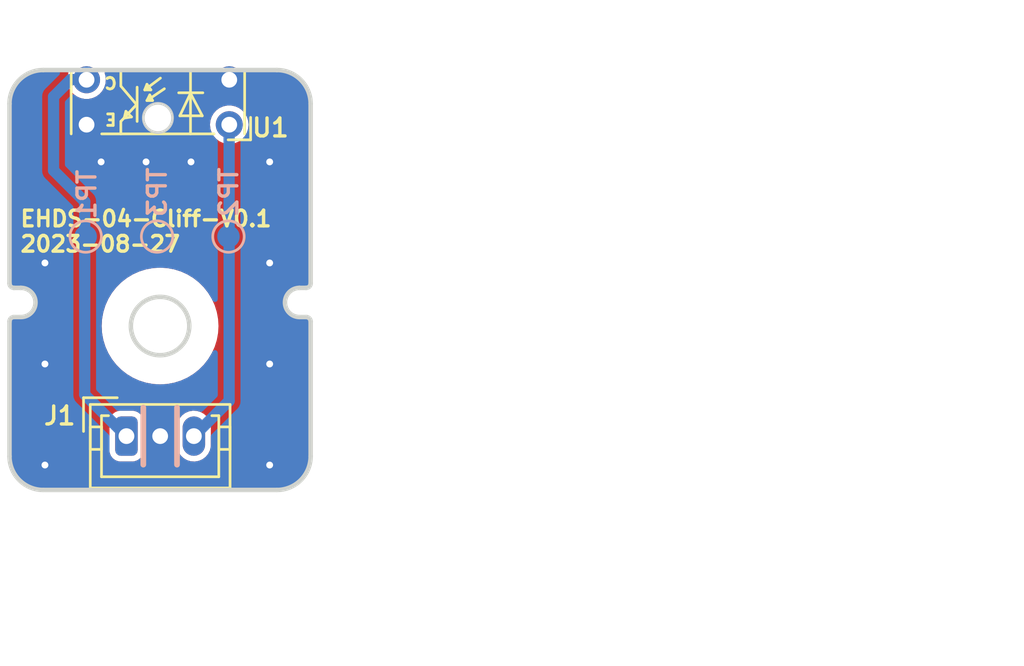
<source format=kicad_pcb>
(kicad_pcb (version 20221018) (generator pcbnew)
  (title_block (title "EHDS-04-Cliff") (date "2023-12-23") (rev "V0.1") (company "奥瓦机器人") (comment 1 "13.4x18.7x1.6mm 白字绿油，无铅喷锡"))
  (layers (0 "F.Cu" signal) (31 "B.Cu" signal) (34 "B.Paste" user) (35 "F.Paste" user) (36 "B.SilkS" user "B.Silkscreen") (37 "F.SilkS" user "F.Silkscreen") (38 "B.Mask" user) (39 "F.Mask" user) (44 "Edge.Cuts" user))
  (net 0 "")
  (net 1 "/EDGE_DET_LT")
  (net 2 "GND")
  (net 3 "Net-(J1-Pin_3)")
  (footprint "Ovo_Sensor_Proximity:EverLight_ITR1203_7.5x2.6mm_P2.0mm" (layer "F.Cu") (at 141.665 84.1275 180)
    (fp_text reference "U1" (at -5.008 -1.1375 unlocked) (layer "F.SilkS") (effects (font (size 0.8 0.8))))
    (fp_text value "ITR1203")
    (fp_text user "E" (at 2.1 -0.75 180 unlocked) (layer "F.SilkS") (effects (font (size 0.508 0.508) (thickness 0.127))))
    (fp_text user "C" (at 2.1 0.875 180 unlocked) (layer "F.SilkS") (effects (font (size 0.508 0.508) (thickness 0.127))))
    (fp_line (start -4.125 -1.675) (end -3.125 -1.675) (stroke (width 0.12)) (layer "F.SilkS"))
    (fp_line (start -4.125 -0.675) (end -4.125 -1.675) (stroke (width 0.12)) (layer "F.SilkS"))
    (fp_line (start -3.86 -1.41) (end -3.86 1.41) (stroke (width 0.12)) (layer "F.SilkS"))
    (fp_line (start -2.5 -1.41) (end 2.5 -1.41) (stroke (width 0.12)) (layer "F.SilkS"))
    (fp_line (start -2.5 1.41) (end 2.5 1.41) (stroke (width 0.12)) (layer "F.SilkS"))
    (fp_line (start -2 0.42) (end -0.925 0.42) (stroke (width 0.12)) (layer "F.SilkS"))
    (fp_line (start -1.975 -0.605) (end -0.975 -0.605) (stroke (width 0.12)) (layer "F.SilkS"))
    (fp_line (start -1.45 0.395) (end -1.975 -0.605) (stroke (width 0.12)) (layer "F.SilkS"))
    (fp_line (start -1.45 1.41) (end -1.45 -1.41) (stroke (width 0.12)) (layer "F.SilkS"))
    (fp_line (start -0.975 -0.605) (end -1.45 0.395) (stroke (width 0.12)) (layer "F.SilkS"))
    (fp_line (start -0.2875 0.6) (end 0.4875 0.075) (stroke (width 0.12)) (layer "F.SilkS"))
    (fp_line (start -0.1125 1.075) (end 0.5875 0.55) (stroke (width 0.12)) (layer "F.SilkS"))
    (fp_line (start 0.2375 0.075) (end 0.3625 0.325) (stroke (width 0.12)) (layer "F.SilkS"))
    (fp_line (start 0.3125 0.55) (end 0.4875 0.8) (stroke (width 0.12)) (layer "F.SilkS"))
    (fp_line (start 0.3625 0.325) (end 0.4875 0.075) (stroke (width 0.12)) (layer "F.SilkS"))
    (fp_line (start 0.4875 0.075) (end 0.2375 0.075) (stroke (width 0.12)) (layer "F.SilkS"))
    (fp_line (start 0.4875 0.8) (end 0.5875 0.55) (stroke (width 0.12)) (layer "F.SilkS"))
    (fp_line (start 0.5875 0.55) (end 0.3125 0.55) (stroke (width 0.12)) (layer "F.SilkS"))
    (fp_line (start 0.925 -0.855) (end 0.925 0.67) (stroke (width 0.12)) (layer "F.SilkS"))
    (fp_line (start 0.95 -0.105) (end 1.65 -0.855) (stroke (width 0.12)) (layer "F.SilkS"))
    (fp_line (start 1.175 -0.655) (end 1.425 -0.405) (stroke (width 0.12)) (layer "F.SilkS"))
    (fp_line (start 1.425 -0.405) (end 1.5 -0.705) (stroke (width 0.12)) (layer "F.SilkS"))
    (fp_line (start 1.5 -0.705) (end 1.175 -0.655) (stroke (width 0.12)) (layer "F.SilkS"))
    (fp_line (start 1.65 -0.855) (end 1.65 -1.41) (stroke (width 0.12)) (layer "F.SilkS"))
    (fp_line (start 1.65 0.72) (end 0.95 -0.105) (stroke (width 0.12)) (layer "F.SilkS"))
    (fp_line (start 1.65 1.41) (end 1.65 0.72) (stroke (width 0.12)) (layer "F.SilkS"))
    (fp_line (start 3.86 -1.41) (end 3.86 1.41) (stroke (width 0.12)) (layer "F.SilkS"))
    (fp_circle (center 0 -0.7) (end 0.65 -0.7) (stroke (width 0.12)) (fill none) (layer "Edge.Cuts"))
    (pad "1" thru_hole circle (at -3.175 -1 180) (size 1.2 1.2) (drill 0.7) (layers "*.Cu" "*.Mask") (net 3 "Net-(J1-Pin_3)"))
    (pad "2" thru_hole circle (at -3.175 1 180) (size 1.2 1.2) (drill 0.7) (layers "*.Cu" "*.Mask") (net 2 "GND"))
    (pad "3" thru_hole circle (at 3.175 1 180) (size 1.2 1.2) (drill 0.7) (layers "*.Cu" "*.Mask") (net 1 "/EDGE_DET_LT"))
    (pad "4" thru_hole circle (at 3.175 -1 180) (size 1.2 1.2) (drill 0.7) (layers "*.Cu" "*.Mask") (net 2 "GND"))
  )
  (footprint "Ovo_Connector_JST:JST_ZH_B03B-ZR_1x03_P1.50mm_Vertical" (layer "F.Cu") (at 140.265 98.997)
    (fp_text reference "J1" (at -2.971 -0.905) (layer "F.SilkS") (effects (font (size 0.8 0.8))))
    (fp_text value "ZH1.5MM/3ASMT")
    (fp_line (start 0.75 -1.27) (end 0.75 1.27) (stroke (width 0.254)) (layer "B.SilkS"))
    (fp_line (start 2.25 -1.27) (end 2.25 1.27) (stroke (width 0.254)) (layer "B.SilkS"))
    (fp_line (start -1.91 -1.71) (end -0.41 -1.71) (stroke (width 0.12)) (layer "F.SilkS"))
    (fp_line (start -1.91 -0.21) (end -1.91 -1.71) (stroke (width 0.12)) (layer "F.SilkS"))
    (fp_line (start -1.61 -1.41) (end -1.61 2.31) (stroke (width 0.12)) (layer "F.SilkS"))
    (fp_line (start -1.61 -0.41) (end -1.61 0.59) (stroke (width 0.12)) (layer "F.SilkS"))
    (fp_line (start -1.61 0.59) (end -1.11 0.59) (stroke (width 0.12)) (layer "F.SilkS"))
    (fp_line (start -1.61 2.31) (end 4.61 2.31) (stroke (width 0.12)) (layer "F.SilkS"))
    (fp_line (start -1.11 -0.91) (end -1.11 1.81) (stroke (width 0.12)) (layer "F.SilkS"))
    (fp_line (start -1.11 -0.41) (end -1.61 -0.41) (stroke (width 0.12)) (layer "F.SilkS"))
    (fp_line (start -1.11 0.59) (end -1.11 -0.41) (stroke (width 0.12)) (layer "F.SilkS"))
    (fp_line (start -1.11 1.81) (end 4.11 1.81) (stroke (width 0.12)) (layer "F.SilkS"))
    (fp_line (start -0.8 -0.91) (end -1.11 -0.91) (stroke (width 0.12)) (layer "F.SilkS"))
    (fp_line (start 0.76 -0.91) (end 0.74 -0.91) (stroke (width 0.12)) (layer "F.SilkS"))
    (fp_line (start 2.26 -0.91) (end 2.24 -0.91) (stroke (width 0.12)) (layer "F.SilkS"))
    (fp_line (start 4.11 -0.91) (end 3.8 -0.91) (stroke (width 0.12)) (layer "F.SilkS"))
    (fp_line (start 4.11 -0.41) (end 4.61 -0.41) (stroke (width 0.12)) (layer "F.SilkS"))
    (fp_line (start 4.11 0.59) (end 4.11 -0.41) (stroke (width 0.12)) (layer "F.SilkS"))
    (fp_line (start 4.11 1.81) (end 4.11 -0.91) (stroke (width 0.12)) (layer "F.SilkS"))
    (fp_line (start 4.61 -1.41) (end -1.61 -1.41) (stroke (width 0.12)) (layer "F.SilkS"))
    (fp_line (start 4.61 -0.41) (end 4.61 0.59) (stroke (width 0.12)) (layer "F.SilkS"))
    (fp_line (start 4.61 0.59) (end 4.11 0.59) (stroke (width 0.12)) (layer "F.SilkS"))
    (fp_line (start 4.61 2.31) (end 4.61 -1.41) (stroke (width 0.12)) (layer "F.SilkS"))
    (pad "1" thru_hole roundrect (at 0 0) (size 1 1.75) (drill 0.7) (layers "*.Cu" "*.Mask") (net 1 "/EDGE_DET_LT"))
    (pad "2" thru_hole oval (at 1.5 0) (size 1 1.75) (drill 0.7) (layers "*.Cu" "*.Mask") (net 2 "GND"))
    (pad "3" thru_hole oval (at 3 0) (size 1 1.75) (drill 0.7) (layers "*.Cu" "*.Mask") (net 3 "Net-(J1-Pin_3)"))
  )
  (footprint "TestPoint:TestPoint_Pad_D1.0mm" (layer "B.Cu") (at 141.628 90.11 180)
    (fp_text reference "TP3" (at -0.0045 1.974 90) (layer "B.SilkS") (effects (font (size 0.8 0.8)) (justify mirror)))
    (fp_text value "GND")
    (fp_circle (center 0 0) (end 0 -0.7) (stroke (width 0.12)) (fill none) (layer "B.SilkS"))
    (pad "1" smd circle (at 0 0 180) (size 1 1) (layers "B.Cu" "B.Mask") (net 2 "GND"))
  )
  (footprint "TestPoint:TestPoint_Pad_D1.0mm" (layer "B.Cu") (at 138.451 90.11 180)
    (fp_text reference "TP1" (at -0.049 1.874 90) (layer "B.SilkS") (effects (font (size 0.8 0.8)) (justify mirror)))
    (fp_text value "EDGE_DET_LT")
    (fp_circle (center 0 0) (end 0 -0.7) (stroke (width 0.12)) (fill none) (layer "B.SilkS"))
    (pad "1" smd circle (at 0 0 180) (size 1 1) (layers "B.Cu" "B.Mask") (net 1 "/EDGE_DET_LT"))
  )
  (footprint "TestPoint:TestPoint_Pad_D1.0mm" (layer "B.Cu") (at 144.805 90.11 180)
    (fp_text reference "TP2" (at -0.01 1.974 270) (layer "B.SilkS") (effects (font (size 0.8 0.8)) (justify mirror)))
    (fp_text value "EDGE_DET_OUT")
    (fp_circle (center 0 0) (end 0 -0.7) (stroke (width 0.12)) (fill none) (layer "B.SilkS"))
    (pad "1" smd circle (at 0 0 180) (size 1 1) (layers "B.Cu" "B.Mask") (net 3 "Net-(J1-Pin_3)"))
  )
  (gr_line (start 148.460986 92.19465) (end 148.460986 84.19465) (stroke (width 0.2)) (layer "Edge.Cuts"))
  (gr_arc (start 147.960986 93.69465) (mid 147.31105 93.0447) (end 147.960986 92.39465) (stroke (width 0.2)) (layer "Edge.Cuts"))
  (gr_circle (center 141.760986 94.09465) (end 143.060986 94.09465) (stroke (width 0.2)) (fill none) (layer "Edge.Cuts"))
  (gr_arc (start 148.460986 92.19465) (mid 148.402418 92.336063) (end 148.260986 92.39465) (stroke (width 0.2)) (layer "Edge.Cuts"))
  (gr_arc (start 148.460986 99.89465) (mid 148.021657 100.955302) (end 146.960986 101.39465) (stroke (width 0.2)) (layer "Edge.Cuts"))
  (gr_arc (start 135.560986 92.39465) (mid 136.21105 93.0447) (end 135.560986 93.69465) (stroke (width 0.2)) (layer "Edge.Cuts"))
  (gr_line (start 135.060986 92.19465) (end 135.060986 84.19465) (stroke (width 0.2)) (layer "Edge.Cuts"))
  (gr_line (start 148.460986 99.89465) (end 148.460986 93.89465) (stroke (width 0.2)) (layer "Edge.Cuts"))
  (gr_arc (start 135.060986 84.19465) (mid 135.500337 83.133982) (end 136.560986 82.69465) (stroke (width 0.2)) (layer "Edge.Cuts"))
  (gr_line (start 148.260986 92.39465) (end 147.960986 92.39465) (stroke (width 0.2)) (layer "Edge.Cuts"))
  (gr_line (start 135.060986 99.89465) (end 135.060986 93.89465) (stroke (width 0.2)) (layer "Edge.Cuts"))
  (gr_arc (start 135.060986 93.89465) (mid 135.119575 93.753221) (end 135.260986 93.69465) (stroke (width 0.2)) (layer "Edge.Cuts"))
  (gr_line (start 148.260986 93.69465) (end 147.960986 93.69465) (stroke (width 0.2)) (layer "Edge.Cuts"))
  (gr_line (start 135.260986 93.69465) (end 135.560986 93.69465) (stroke (width 0.2)) (layer "Edge.Cuts"))
  (gr_arc (start 148.260986 93.69465) (mid 148.402434 93.753221) (end 148.460986 93.89465) (stroke (width 0.2)) (layer "Edge.Cuts"))
  (gr_arc (start 135.260986 92.39465) (mid 135.119591 92.336063) (end 135.060986 92.19465) (stroke (width 0.2)) (layer "Edge.Cuts"))
  (gr_arc (start 136.560986 101.39465) (mid 135.500353 100.955302) (end 135.060986 99.89465) (stroke (width 0.2)) (layer "Edge.Cuts"))
  (gr_line (start 135.260986 92.39465) (end 135.560986 92.39465) (stroke (width 0.2)) (layer "Edge.Cuts"))
  (gr_line (start 146.960986 101.39465) (end 136.560986 101.39465) (stroke (width 0.2)) (layer "Edge.Cuts"))
  (gr_line (start 146.960986 82.69465) (end 136.560986 82.69465) (stroke (width 0.2)) (layer "Edge.Cuts"))
  (gr_arc (start 146.960986 82.69465) (mid 148.021673 83.133982) (end 148.460986 84.19465) (stroke (width 0.2)) (layer "Edge.Cuts"))
  (gr_text "EHDS-04-Cliff-V0.1\n2023-08-27\n" (at 135.468 89.88) (layer "F.SilkS") (effects (font (size 0.7 0.7) (thickness 0.15) bold) (justify left)))
  (segment (start 137.7835 83.1175) (end 138.484 83.1175) (width 0.5) (layer "B.Cu") (net 1))
  (segment (start 137.021 87.166) (end 137.021 83.88) (width 0.5) (layer "B.Cu") (net 1))
  (segment (start 137.021 83.88) (end 137.7835 83.1175) (width 0.5) (layer "B.Cu") (net 1))
  (segment (start 140.257 98.997) (end 138.408 97.148) (width 0.5) (layer "B.Cu") (net 1))
  (segment (start 138.408 88.553) (end 137.021 87.166) (width 0.5) (layer "B.Cu") (net 1))
  (segment (start 138.408 97.148) (end 138.408 88.553) (width 0.5) (layer "B.Cu") (net 1))
  (via (at 143.138 86.785) (size 0.6096) (drill 0.3048) (layers "F.Cu" "B.Cu") (net 2))
  (via (at 146.638 91.285) (size 0.6096) (drill 0.3048) (layers "F.Cu" "B.Cu") (net 2))
  (via (at 136.638 91.285) (size 0.6096) (drill 0.3048) (layers "F.Cu" "B.Cu") (net 2))
  (via (at 136.638 95.785) (size 0.6096) (drill 0.3048) (layers "F.Cu" "B.Cu") (net 2))
  (via (at 146.638 86.785) (size 0.6096) (drill 0.3048) (layers "F.Cu" "B.Cu") (net 2))
  (via (at 139.138 86.785) (size 0.6096) (drill 0.3048) (layers "F.Cu" "B.Cu") (net 2))
  (via (at 136.638 100.285) (size 0.6096) (drill 0.3048) (layers "F.Cu" "B.Cu") (net 2))
  (via (at 141.138 86.785) (size 0.6096) (drill 0.3048) (layers "F.Cu" "B.Cu") (net 2))
  (via (at 146.638 95.785) (size 0.6096) (drill 0.3048) (layers "F.Cu" "B.Cu") (net 2))
  (via (at 146.638 100.285) (size 0.6096) (drill 0.3048) (layers "F.Cu" "B.Cu") (net 2))
  (segment (start 139.6225 85.1175) (end 141.17 83.57) (width 0.5) (layer "B.Cu") (net 2))
  (segment (start 138.484 85.1175) (end 139.6225 85.1175) (width 0.5) (layer "B.Cu") (net 2))
  (segment (start 144.3815 83.57) (end 144.834 83.1175) (width 0.5) (layer "B.Cu") (net 2))
  (segment (start 141.17 83.57) (end 144.3815 83.57) (width 0.5) (layer "B.Cu") (net 2))
  (segment (start 144.834 85.1175) (end 144.834 97.428) (width 0.5) (layer "B.Cu") (net 3))
  (segment (start 144.834 97.428) (end 143.265 98.997) (width 0.5) (layer "B.Cu") (net 3))
  (zone (net 2) (net_name "GND") (layers "F&B.Cu") (connect_pads yes (clearance 0.254)) (min_thickness 0.25) (fill yes (thermal_gap 0.5) (thermal_bridge_width 0.5))
    (polygon (pts (xy 134.638 82.285) (xy 134.638 102.285) (xy 148.638 102.285) (xy 148.638 82.285)))
  )
  (zone (net 0) (net_name "") (layers "F&B.Cu") (connect_pads (clearance 0)) (min_thickness 0.25)
    (keepout (tracks not_allowed) (vias not_allowed) (pads not_allowed) (copperpour not_allowed) (footprints not_allowed))
    (fill (thermal_gap 0.5) (thermal_bridge_width 0.5))
    (polygon (pts (xy 144.360986 94.09465) (xy 144.342029 93.781255) (xy 144.285435 93.472429) (xy 144.192028 93.172677) (xy 144.063172 92.88637) (xy 143.900744 92.617682) (xy 143.707114 92.370531) (xy 143.485105 92.148522) (xy 143.237954 91.954892) (xy 142.969266 91.792464) (xy 142.682959 91.663608) (xy 142.383207 91.570201) (xy 142.074381 91.513607) (xy 141.760986 91.49465) (xy 141.447591 91.513607) (xy 141.138765 91.570201) (xy 140.839013 91.663608) (xy 140.552706 91.792464) (xy 140.284018 91.954892) (xy 140.036867 92.148522) (xy 139.814858 92.370531) (xy 139.621228 92.617682) (xy 139.4588 92.88637) (xy 139.329944 93.172677) (xy 139.236537 93.472429) (xy 139.179943 93.781255) (xy 139.160986 94.09465) (xy 139.179943 94.408045) (xy 139.236537 94.716871) (xy 139.329944 95.016623) (xy 139.4588 95.30293) (xy 139.621228 95.571618) (xy 139.814858 95.818769) (xy 140.036867 96.040778) (xy 140.284018 96.234408) (xy 140.552706 96.396836) (xy 140.839013 96.525692) (xy 141.138765 96.619099) (xy 141.447591 96.675693) (xy 141.760986 96.69465) (xy 142.074381 96.675693) (xy 142.383207 96.619099) (xy 142.682959 96.525692) (xy 142.969266 96.396836) (xy 143.237954 96.234408) (xy 143.485105 96.040778) (xy 143.707114 95.818769) (xy 143.900744 95.571618) (xy 144.063172 95.30293) (xy 144.192028 95.016623) (xy 144.285435 94.716871) (xy 144.342029 94.408045)))
  )
)
</source>
